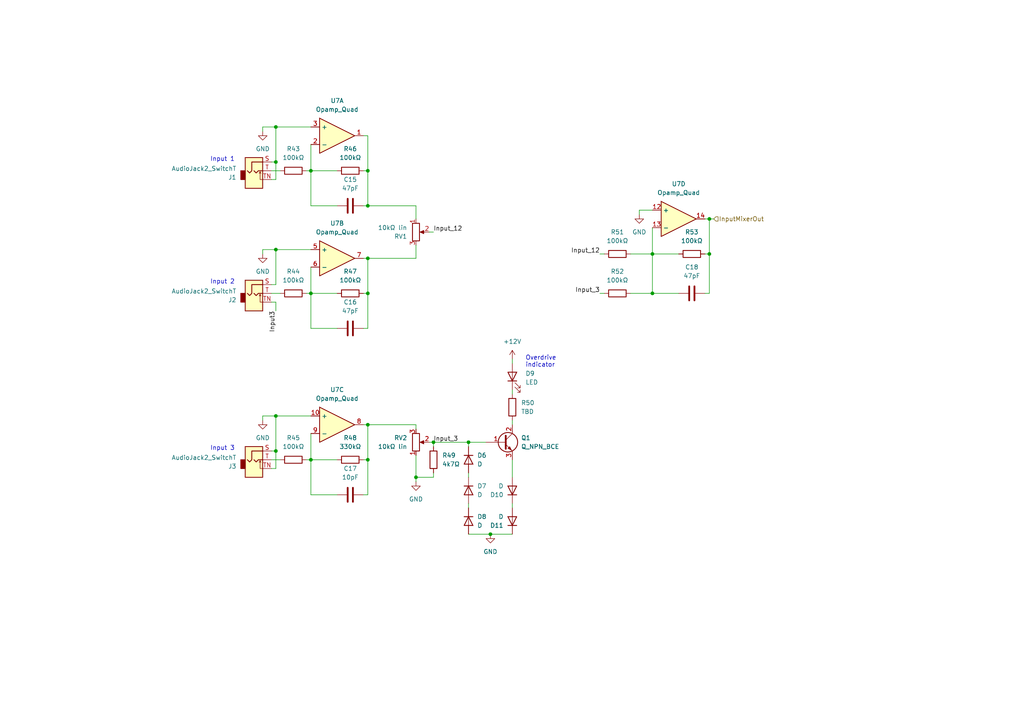
<source format=kicad_sch>
(kicad_sch (version 20210621) (generator eeschema)
  (paper "A4")
  (lib_symbols
    (symbol "Connector:AudioJack2_SwitchT"
      (property "Reference" "J" (at 0 8.89 0))
      (property "Value" "AudioJack2_SwitchT" (at 0 6.35 0))
      (symbol "AudioJack2_SwitchT_0_1"
        (rectangle (start -2.54 0) (end -3.81 -2.54) (stroke (width 0.254)) (fill (type outline)))
        (polyline (pts (xy 1.778 -0.254) (xy 2.032 -0.762)))
        (polyline (pts (xy 0 0) (xy 0.635 -0.635) (xy 1.27 0) (xy 2.54 0)) (stroke (width 0.254)))
        (polyline (pts (xy 2.54 -2.54) (xy 1.778 -2.54) (xy 1.778 -0.254) (xy 1.524 -0.762)))
        (polyline (pts (xy 2.54 2.54) (xy -0.635 2.54) (xy -0.635 0) (xy -1.27 -0.635) (xy -1.905 0)) (stroke (width 0.254)))
        (rectangle (start 2.54 3.81) (end -2.54 -5.08) (stroke (width 0.254)) (fill (type background)))
      )
      (symbol "AudioJack2_SwitchT_1_1"
        (pin passive line (at 5.08 2.54 180) (length 2.54) (name "~") (number "S"))
        (pin passive line (at 5.08 0 180) (length 2.54) (name "~") (number "T"))
        (pin passive line (at 5.08 -2.54 180) (length 2.54) (name "~") (number "TN"))
      )
    )
    (symbol "Device:C" (pin_numbers hide) (pin_names (offset 0.254))
      (property "Reference" "C" (at 0.635 2.54 0))
      (property "Value" "C" (at 0.635 -2.54 0))
      (symbol "C_0_1"
        (polyline (pts (xy -2.032 -0.762) (xy 2.032 -0.762)) (stroke (width 0.508)))
        (polyline (pts (xy -2.032 0.762) (xy 2.032 0.762)) (stroke (width 0.508)))
      )
      (symbol "C_1_1"
        (pin passive line (at 0 3.81 270) (length 2.794) (name "~") (number "1"))
        (pin passive line (at 0 -3.81 90) (length 2.794) (name "~") (number "2"))
      )
    )
    (symbol "Device:D" (pin_numbers hide) (pin_names (offset 1.016) hide)
      (property "Reference" "D" (at 0 2.54 0))
      (property "Value" "D" (at 0 -2.54 0))
      (symbol "D_0_1"
        (polyline (pts (xy -1.27 1.27) (xy -1.27 -1.27)) (stroke (width 0.254)))
        (polyline (pts (xy 1.27 0) (xy -1.27 0)))
        (polyline (pts (xy 1.27 1.27) (xy 1.27 -1.27) (xy -1.27 0) (xy 1.27 1.27)) (stroke (width 0.254)))
      )
      (symbol "D_1_1"
        (pin passive line (at -3.81 0 0) (length 2.54) (name "K") (number "1"))
        (pin passive line (at 3.81 0 180) (length 2.54) (name "A") (number "2"))
      )
    )
    (symbol "Device:LED" (pin_numbers hide) (pin_names (offset 1.016) hide)
      (property "Reference" "D" (at 0 2.54 0))
      (property "Value" "LED" (at 0 -2.54 0))
      (symbol "LED_0_1"
        (polyline (pts (xy -1.27 -1.27) (xy -1.27 1.27)) (stroke (width 0.254)))
        (polyline (pts (xy -1.27 0) (xy 1.27 0)))
        (polyline (pts (xy 1.27 -1.27) (xy 1.27 1.27) (xy -1.27 0) (xy 1.27 -1.27)) (stroke (width 0.254)))
        (polyline (pts (xy -3.048 -0.762) (xy -4.572 -2.286) (xy -3.81 -2.286) (xy -4.572 -2.286) (xy -4.572 -1.524)))
        (polyline (pts (xy -1.778 -0.762) (xy -3.302 -2.286) (xy -2.54 -2.286) (xy -3.302 -2.286) (xy -3.302 -1.524)))
      )
      (symbol "LED_1_1"
        (pin passive line (at -3.81 0 0) (length 2.54) (name "K") (number "1"))
        (pin passive line (at 3.81 0 180) (length 2.54) (name "A") (number "2"))
      )
    )
    (symbol "Device:Opamp_Quad"
      (property "Reference" "U" (at 0 5.08 0))
      (property "Value" "Opamp_Quad" (at 0 -5.08 0))
      (symbol "Opamp_Quad_1_1"
        (polyline (pts (xy -5.08 5.08) (xy 5.08 0) (xy -5.08 -5.08) (xy -5.08 5.08)) (stroke (width 0.254)) (fill (type background)))
        (pin output line (at 7.62 0 180) (length 2.54) (name "~") (number "1"))
        (pin input line (at -7.62 -2.54 0) (length 2.54) (name "-") (number "2"))
        (pin input line (at -7.62 2.54 0) (length 2.54) (name "+") (number "3"))
      )
      (symbol "Opamp_Quad_2_1"
        (polyline (pts (xy -5.08 5.08) (xy 5.08 0) (xy -5.08 -5.08) (xy -5.08 5.08)) (stroke (width 0.254)) (fill (type background)))
        (pin input line (at -7.62 2.54 0) (length 2.54) (name "+") (number "5"))
        (pin input line (at -7.62 -2.54 0) (length 2.54) (name "-") (number "6"))
        (pin output line (at 7.62 0 180) (length 2.54) (name "~") (number "7"))
      )
      (symbol "Opamp_Quad_3_1"
        (polyline (pts (xy -5.08 5.08) (xy 5.08 0) (xy -5.08 -5.08) (xy -5.08 5.08)) (stroke (width 0.254)) (fill (type background)))
        (pin input line (at -7.62 2.54 0) (length 2.54) (name "+") (number "10"))
        (pin output line (at 7.62 0 180) (length 2.54) (name "~") (number "8"))
        (pin input line (at -7.62 -2.54 0) (length 2.54) (name "-") (number "9"))
      )
      (symbol "Opamp_Quad_4_1"
        (polyline (pts (xy -5.08 5.08) (xy 5.08 0) (xy -5.08 -5.08) (xy -5.08 5.08)) (stroke (width 0.254)) (fill (type background)))
        (pin input line (at -7.62 2.54 0) (length 2.54) (name "+") (number "12"))
        (pin input line (at -7.62 -2.54 0) (length 2.54) (name "-") (number "13"))
        (pin output line (at 7.62 0 180) (length 2.54) (name "~") (number "14"))
      )
      (symbol "Opamp_Quad_5_1"
        (pin power_in line (at -2.54 -7.62 90) (length 3.81) (name "V-") (number "11"))
        (pin power_in line (at -2.54 7.62 270) (length 3.81) (name "V+") (number "4"))
      )
    )
    (symbol "Device:Q_NPN_BCE" (pin_names (offset 0) hide)
      (property "Reference" "Q" (at 5.08 1.27 0))
      (property "Value" "Q_NPN_BCE" (at 5.08 -1.27 0))
      (symbol "Q_NPN_BCE_0_1"
        (polyline (pts (xy 0.635 0.635) (xy 2.54 2.54)))
        (polyline (pts (xy 0.635 -0.635) (xy 2.54 -2.54) (xy 2.54 -2.54)))
        (polyline (pts (xy 0.635 1.905) (xy 0.635 -1.905) (xy 0.635 -1.905)) (stroke (width 0.508)))
        (polyline (pts (xy 1.27 -1.778) (xy 1.778 -1.27) (xy 2.286 -2.286) (xy 1.27 -1.778) (xy 1.27 -1.778)) (fill (type outline)))
        (circle (center 1.27 0) (radius 2.8194) (stroke (width 0.254)))
      )
      (symbol "Q_NPN_BCE_1_1"
        (pin input line (at -5.08 0 0) (length 5.715) (name "B") (number "1"))
        (pin passive line (at 2.54 5.08 270) (length 2.54) (name "C") (number "2"))
        (pin passive line (at 2.54 -5.08 90) (length 2.54) (name "E") (number "3"))
      )
    )
    (symbol "Device:R" (pin_numbers hide) (pin_names (offset 0))
      (property "Reference" "R" (at 2.032 0 90))
      (property "Value" "R" (at 0 0 90))
      (symbol "R_0_1"
        (rectangle (start -1.016 -2.54) (end 1.016 2.54) (stroke (width 0.254)))
      )
      (symbol "R_1_1"
        (pin passive line (at 0 3.81 270) (length 1.27) (name "~") (number "1"))
        (pin passive line (at 0 -3.81 90) (length 1.27) (name "~") (number "2"))
      )
    )
    (symbol "Device:R_Potentiometer" (pin_names (offset 1.016) hide)
      (property "Reference" "RV" (at -4.445 0 90))
      (property "Value" "R_Potentiometer" (at -2.54 0 90))
      (symbol "R_Potentiometer_0_1"
        (polyline (pts (xy 2.54 0) (xy 1.524 0)))
        (polyline (pts (xy 1.143 0) (xy 2.286 0.508) (xy 2.286 -0.508) (xy 1.143 0)) (fill (type outline)))
        (rectangle (start 1.016 2.54) (end -1.016 -2.54) (stroke (width 0.254)))
      )
      (symbol "R_Potentiometer_1_1"
        (pin passive line (at 0 3.81 270) (length 1.27) (name "1") (number "1"))
        (pin passive line (at 3.81 0 180) (length 1.27) (name "2") (number "2"))
        (pin passive line (at 0 -3.81 90) (length 1.27) (name "3") (number "3"))
      )
    )
    (symbol "power:+12V" (power) (pin_names (offset 0))
      (property "Value" "+12V" (at 0 3.556 0))
      (symbol "+12V_0_1"
        (polyline (pts (xy -0.762 1.27) (xy 0 2.54)))
        (polyline (pts (xy 0 0) (xy 0 2.54)))
        (polyline (pts (xy 0 2.54) (xy 0.762 1.27)))
      )
      (symbol "+12V_1_1"
        (pin power_in line (at 0 0 90) (length 0) hide (name "+12V") (number "1"))
      )
    )
    (symbol "power:GND" (power) (pin_names (offset 0))
      (property "Value" "GND" (at 0 -3.81 0))
      (symbol "GND_0_1"
        (polyline (pts (xy 0 0) (xy 0 -1.27) (xy 1.27 -1.27) (xy 0 -2.54) (xy -1.27 -1.27) (xy 0 -1.27)))
      )
      (symbol "GND_1_1"
        (pin power_in line (at 0 0 270) (length 0) hide (name "GND") (number "1"))
      )
    )
  )
  (junction (at 106.68 59.69))
  (junction (at 120.65 138.43))
  (junction (at 142.24 154.94))
  (junction (at 189.23 73.66))
  (junction (at 80.01 130.81))
  (junction (at 125.73 128.27))
  (junction (at 205.74 73.66))
  (junction (at 106.68 123.19))
  (junction (at 106.68 74.93))
  (junction (at 80.01 36.83))
  (junction (at 80.01 46.99))
  (junction (at 106.68 133.35))
  (junction (at 106.68 85.09))
  (junction (at 90.17 133.35))
  (junction (at 80.01 72.39))
  (junction (at 205.74 63.5))
  (junction (at 106.68 49.53))
  (junction (at 90.17 49.53))
  (junction (at 189.23 85.09))
  (junction (at 80.01 120.65))
  (junction (at 135.89 128.27))
  (junction (at 90.17 85.09))
  (wire (pts (xy 106.68 39.37) (xy 105.41 39.37)))
  (wire (pts (xy 80.01 120.65) (xy 76.2 120.65)))
  (wire (pts (xy 88.9 133.35) (xy 90.17 133.35)))
  (wire (pts (xy 76.2 72.39) (xy 76.2 73.66)))
  (wire (pts (xy 80.01 87.63) (xy 78.74 87.63)))
  (wire (pts (xy 80.01 90.17) (xy 80.01 87.63)))
  (wire (pts (xy 78.74 82.55) (xy 80.01 82.55)))
  (wire (pts (xy 105.41 133.35) (xy 106.68 133.35)))
  (wire (pts (xy 189.23 66.04) (xy 189.23 73.66)))
  (wire (pts (xy 88.9 49.53) (xy 90.17 49.53)))
  (wire (pts (xy 90.17 49.53) (xy 97.79 49.53)))
  (wire (pts (xy 135.89 137.16) (xy 135.89 138.43)))
  (wire (pts (xy 78.74 133.35) (xy 81.28 133.35)))
  (wire (pts (xy 106.68 74.93) (xy 106.68 85.09)))
  (wire (pts (xy 106.68 123.19) (xy 120.65 123.19)))
  (wire (pts (xy 120.65 124.46) (xy 120.65 123.19)))
  (wire (pts (xy 204.47 85.09) (xy 205.74 85.09)))
  (wire (pts (xy 205.74 85.09) (xy 205.74 73.66)))
  (wire (pts (xy 124.46 128.27) (xy 125.73 128.27)))
  (wire (pts (xy 135.89 128.27) (xy 140.97 128.27)))
  (wire (pts (xy 125.73 128.27) (xy 135.89 128.27)))
  (wire (pts (xy 106.68 59.69) (xy 106.68 49.53)))
  (wire (pts (xy 90.17 41.91) (xy 90.17 49.53)))
  (wire (pts (xy 185.42 60.96) (xy 185.42 62.23)))
  (wire (pts (xy 189.23 60.96) (xy 185.42 60.96)))
  (wire (pts (xy 120.65 138.43) (xy 120.65 139.7)))
  (wire (pts (xy 120.65 132.08) (xy 120.65 138.43)))
  (wire (pts (xy 135.89 128.27) (xy 135.89 129.54)))
  (wire (pts (xy 90.17 77.47) (xy 90.17 85.09)))
  (wire (pts (xy 80.01 36.83) (xy 90.17 36.83)))
  (wire (pts (xy 80.01 46.99) (xy 80.01 36.83)))
  (wire (pts (xy 189.23 85.09) (xy 196.85 85.09)))
  (wire (pts (xy 106.68 143.51) (xy 106.68 133.35)))
  (wire (pts (xy 80.01 72.39) (xy 90.17 72.39)))
  (wire (pts (xy 97.79 59.69) (xy 90.17 59.69)))
  (wire (pts (xy 148.59 113.03) (xy 148.59 114.3)))
  (wire (pts (xy 105.41 59.69) (xy 106.68 59.69)))
  (wire (pts (xy 106.68 74.93) (xy 120.65 74.93)))
  (wire (pts (xy 120.65 74.93) (xy 120.65 71.12)))
  (wire (pts (xy 106.68 85.09) (xy 105.41 85.09)))
  (wire (pts (xy 148.59 121.92) (xy 148.59 123.19)))
  (wire (pts (xy 173.99 73.66) (xy 175.26 73.66)))
  (wire (pts (xy 106.68 123.19) (xy 105.41 123.19)))
  (wire (pts (xy 135.89 154.94) (xy 142.24 154.94)))
  (wire (pts (xy 142.24 154.94) (xy 148.59 154.94)))
  (wire (pts (xy 80.01 72.39) (xy 76.2 72.39)))
  (wire (pts (xy 148.59 146.05) (xy 148.59 147.32)))
  (wire (pts (xy 78.74 85.09) (xy 81.28 85.09)))
  (wire (pts (xy 148.59 104.14) (xy 148.59 105.41)))
  (wire (pts (xy 105.41 143.51) (xy 106.68 143.51)))
  (wire (pts (xy 88.9 85.09) (xy 90.17 85.09)))
  (wire (pts (xy 106.68 39.37) (xy 106.68 49.53)))
  (wire (pts (xy 204.47 73.66) (xy 205.74 73.66)))
  (wire (pts (xy 205.74 63.5) (xy 204.47 63.5)))
  (wire (pts (xy 205.74 73.66) (xy 205.74 63.5)))
  (wire (pts (xy 90.17 143.51) (xy 90.17 133.35)))
  (wire (pts (xy 90.17 59.69) (xy 90.17 49.53)))
  (wire (pts (xy 80.01 120.65) (xy 90.17 120.65)))
  (wire (pts (xy 97.79 143.51) (xy 90.17 143.51)))
  (wire (pts (xy 135.89 146.05) (xy 135.89 147.32)))
  (wire (pts (xy 80.01 120.65) (xy 80.01 130.81)))
  (wire (pts (xy 80.01 36.83) (xy 76.2 36.83)))
  (wire (pts (xy 76.2 36.83) (xy 76.2 38.1)))
  (wire (pts (xy 80.01 52.07) (xy 78.74 52.07)))
  (wire (pts (xy 105.41 49.53) (xy 106.68 49.53)))
  (wire (pts (xy 125.73 137.16) (xy 125.73 138.43)))
  (wire (pts (xy 78.74 130.81) (xy 80.01 130.81)))
  (wire (pts (xy 148.59 133.35) (xy 148.59 138.43)))
  (wire (pts (xy 80.01 135.89) (xy 78.74 135.89)))
  (wire (pts (xy 90.17 125.73) (xy 90.17 133.35)))
  (wire (pts (xy 124.46 67.31) (xy 125.73 67.31)))
  (wire (pts (xy 90.17 95.25) (xy 90.17 85.09)))
  (wire (pts (xy 97.79 95.25) (xy 90.17 95.25)))
  (wire (pts (xy 120.65 138.43) (xy 125.73 138.43)))
  (wire (pts (xy 105.41 95.25) (xy 106.68 95.25)))
  (wire (pts (xy 106.68 95.25) (xy 106.68 85.09)))
  (wire (pts (xy 106.68 74.93) (xy 105.41 74.93)))
  (wire (pts (xy 189.23 73.66) (xy 196.85 73.66)))
  (wire (pts (xy 90.17 133.35) (xy 97.79 133.35)))
  (wire (pts (xy 189.23 85.09) (xy 189.23 73.66)))
  (wire (pts (xy 182.88 85.09) (xy 189.23 85.09)))
  (wire (pts (xy 173.99 85.09) (xy 175.26 85.09)))
  (wire (pts (xy 125.73 128.27) (xy 125.73 129.54)))
  (wire (pts (xy 76.2 120.65) (xy 76.2 121.92)))
  (wire (pts (xy 80.01 82.55) (xy 80.01 72.39)))
  (wire (pts (xy 106.68 59.69) (xy 120.65 59.69)))
  (wire (pts (xy 120.65 59.69) (xy 120.65 63.5)))
  (wire (pts (xy 106.68 123.19) (xy 106.68 133.35)))
  (wire (pts (xy 182.88 73.66) (xy 189.23 73.66)))
  (wire (pts (xy 90.17 85.09) (xy 97.79 85.09)))
  (wire (pts (xy 205.74 63.5) (xy 207.01 63.5)))
  (wire (pts (xy 80.01 130.81) (xy 80.01 135.89)))
  (wire (pts (xy 78.74 49.53) (xy 81.28 49.53)))
  (wire (pts (xy 80.01 46.99) (xy 80.01 52.07)))
  (wire (pts (xy 78.74 46.99) (xy 80.01 46.99)))
  (text "Input 1\n" (at 60.96 46.99 0) (effects (font (size 1.27 1.27)) (justify left bottom)))
  (text "Input 2" (at 60.96 82.55 0) (effects (font (size 1.27 1.27)) (justify left bottom)))
  (text "Input 3\n" (at 60.96 130.81 0) (effects (font (size 1.27 1.27)) (justify left bottom)))
  (text "Overdrive\nindicator\n" (at 152.4 106.68 0) (effects (font (size 1.27 1.27)) (justify left bottom)))
  (label "Input_3" (at 173.99 85.09 180))
  (label "Input3" (at 80.01 90.17 270))
  (label "Input_12" (at 173.99 73.66 180))
  (label "Input_3" (at 125.73 128.27 0))
  (label "Input_12" (at 125.73 67.31 0))
  (hierarchical_label "InputMixerOut" (shape input) (at 207.01 63.5 0))
  (symbol (lib_id "power:GND") (at 185.42 62.23 0) (unit 1)
    (property "Reference" "#PWR035" (effects hide))
    (property "Value" "GND" (at 185.42 67.31 0))
  )
  (symbol (lib_id "Device:Opamp_Quad") (at 97.79 74.93 0) (unit 2)
    (property "Reference" "U7" (at 97.79 64.77 0))
    (property "Value" "Opamp_Quad" (at 97.79 67.31 0))
  )
  (symbol (lib_id "Device:D") (at 135.89 142.24 270) (unit 1)
    (property "Reference" "D7" (at 138.43 140.9699 90) (effects (justify left)))
    (property "Value" "D" (at 138.43 143.5099 90) (effects (justify left)))
  )
  (symbol (lib_id "power:GND") (at 120.65 139.7 0) (unit 1)
    (property "Reference" "#PWR032" (effects hide))
    (property "Value" "GND" (at 120.65 144.78 0))
  )
  (symbol (lib_id "Device:R") (at 125.73 133.35 0) (unit 1)
    (property "Reference" "R49" (at 128.27 132.0799 0) (effects (justify left)))
    (property "Value" "4k7Ω" (at 128.27 134.6199 0) (effects (justify left)))
  )
  (symbol (lib_id "Device:R") (at 148.59 118.11 0) (unit 1)
    (property "Reference" "R50" (at 151.13 116.8399 0) (effects (justify left)))
    (property "Value" "TBD" (at 151.13 119.3799 0) (effects (justify left)))
  )
  (symbol (lib_id "Device:C") (at 200.66 85.09 90) (unit 1)
    (property "Reference" "C18" (at 200.66 77.47 90))
    (property "Value" "47pF" (at 200.66 80.01 90))
  )
  (symbol (lib_id "power:GND") (at 76.2 73.66 0) (unit 1)
    (property "Reference" "#PWR030" (effects hide))
    (property "Value" "GND" (at 76.2 78.74 0))
  )
  (symbol (lib_id "Device:R") (at 85.09 85.09 270) (unit 1)
    (property "Reference" "R44" (at 85.09 78.74 90))
    (property "Value" "100kΩ" (at 85.09 81.28 90))
  )
  (symbol (lib_id "Device:R") (at 101.6 49.53 270) (unit 1)
    (property "Reference" "R46" (at 101.6 43.18 90))
    (property "Value" "100kΩ" (at 101.6 45.72 90))
  )
  (symbol (lib_id "Device:D") (at 148.59 151.13 90) (unit 1)
    (property "Reference" "D11" (at 146.05 152.4001 90) (effects (justify left)))
    (property "Value" "D" (at 146.05 149.8601 90) (effects (justify left)))
  )
  (symbol (lib_id "Device:R") (at 85.09 133.35 270) (unit 1)
    (property "Reference" "R45" (at 85.09 127 90))
    (property "Value" "100kΩ" (at 85.09 129.54 90))
  )
  (symbol (lib_id "Device:R_Potentiometer") (at 120.65 67.31 0) (unit 1)
    (property "Reference" "RV1" (at 118.11 68.5801 0) (effects (justify right)))
    (property "Value" "10kΩ lin" (at 118.11 66.0401 0) (effects (justify right)))
  )
  (symbol (lib_id "Device:R") (at 101.6 133.35 270) (unit 1)
    (property "Reference" "R48" (at 101.6 127 90))
    (property "Value" "330kΩ" (at 101.6 129.54 90))
  )
  (symbol (lib_id "Device:D") (at 135.89 133.35 270) (unit 1)
    (property "Reference" "D6" (at 138.43 132.0799 90) (effects (justify left)))
    (property "Value" "D" (at 138.43 134.6199 90) (effects (justify left)))
  )
  (symbol (lib_id "Device:R") (at 179.07 85.09 90) (unit 1)
    (property "Reference" "R52" (at 179.07 78.74 90))
    (property "Value" "100kΩ" (at 179.07 81.28 90))
  )
  (symbol (lib_id "Connector:AudioJack2_SwitchT") (at 73.66 85.09 0) (unit 1)
    (property "Reference" "J2" (at 68.58 86.9951 0) (effects (justify right)))
    (property "Value" "AudioJack2_SwitchT" (at 68.58 84.4551 0) (effects (justify right)))
  )
  (symbol (lib_id "Device:Opamp_Quad") (at 97.79 123.19 0) (unit 3)
    (property "Reference" "U7" (at 97.79 113.03 0))
    (property "Value" "Opamp_Quad" (at 97.79 115.57 0))
  )
  (symbol (lib_id "Device:Opamp_Quad") (at 196.85 63.5 0) (unit 4)
    (property "Reference" "U7" (at 196.85 53.34 0))
    (property "Value" "Opamp_Quad" (at 196.85 55.88 0))
  )
  (symbol (lib_id "power:GND") (at 76.2 38.1 0) (unit 1)
    (property "Reference" "#PWR029" (effects hide))
    (property "Value" "GND" (at 76.2 43.18 0))
  )
  (symbol (lib_id "Device:C") (at 101.6 143.51 90) (unit 1)
    (property "Reference" "C17" (at 101.6 135.89 90))
    (property "Value" "10pF" (at 101.6 138.43 90))
  )
  (symbol (lib_id "power:+12V") (at 148.59 104.14 0) (unit 1)
    (property "Reference" "#PWR034" (effects hide))
    (property "Value" "+12V" (at 148.59 99.06 0))
  )
  (symbol (lib_id "power:GND") (at 76.2 121.92 0) (unit 1)
    (property "Reference" "#PWR031" (effects hide))
    (property "Value" "GND" (at 76.2 127 0))
  )
  (symbol (lib_id "power:GND") (at 142.24 154.94 0) (unit 1)
    (property "Reference" "#PWR033" (effects hide))
    (property "Value" "GND" (at 142.24 160.02 0))
  )
  (symbol (lib_id "Device:LED") (at 148.59 109.22 90) (unit 1)
    (property "Reference" "D9" (at 152.4 108.3309 90) (effects (justify right)))
    (property "Value" "LED" (at 152.4 110.8709 90) (effects (justify right)))
  )
  (symbol (lib_id "Connector:AudioJack2_SwitchT") (at 73.66 49.53 0) (unit 1)
    (property "Reference" "J1" (at 68.58 51.4351 0) (effects (justify right)))
    (property "Value" "AudioJack2_SwitchT" (at 68.58 48.8951 0) (effects (justify right)))
  )
  (symbol (lib_id "Device:Opamp_Quad") (at 97.79 39.37 0) (unit 1)
    (property "Reference" "U7" (at 97.79 29.21 0))
    (property "Value" "Opamp_Quad" (at 97.79 31.75 0))
  )
  (symbol (lib_id "Device:D") (at 135.89 151.13 270) (unit 1)
    (property "Reference" "D8" (at 138.43 149.8599 90) (effects (justify left)))
    (property "Value" "D" (at 138.43 152.3999 90) (effects (justify left)))
  )
  (symbol (lib_id "Device:C") (at 101.6 95.25 90) (unit 1)
    (property "Reference" "C16" (at 101.6 87.63 90))
    (property "Value" "47pF" (at 101.6 90.17 90))
  )
  (symbol (lib_id "Device:R_Potentiometer") (at 120.65 128.27 0) (mirror x) (unit 1)
    (property "Reference" "RV2" (at 118.11 126.9999 0) (effects (justify right)))
    (property "Value" "10kΩ lin" (at 118.11 129.5399 0) (effects (justify right)))
  )
  (symbol (lib_id "Device:R") (at 85.09 49.53 270) (unit 1)
    (property "Reference" "R43" (at 85.09 43.18 90))
    (property "Value" "100kΩ" (at 85.09 45.72 90))
  )
  (symbol (lib_id "Device:R") (at 101.6 85.09 270) (unit 1)
    (property "Reference" "R47" (at 101.6 78.74 90))
    (property "Value" "100kΩ" (at 101.6 81.28 90))
  )
  (symbol (lib_id "Device:D") (at 148.59 142.24 90) (unit 1)
    (property "Reference" "D10" (at 146.05 143.5101 90) (effects (justify left)))
    (property "Value" "D" (at 146.05 140.9701 90) (effects (justify left)))
  )
  (symbol (lib_id "Device:R") (at 179.07 73.66 90) (unit 1)
    (property "Reference" "R51" (at 179.07 67.31 90))
    (property "Value" "100kΩ" (at 179.07 69.85 90))
  )
  (symbol (lib_id "Device:C") (at 101.6 59.69 90) (unit 1)
    (property "Reference" "C15" (at 101.6 52.07 90))
    (property "Value" "47pF" (at 101.6 54.61 90))
  )
  (symbol (lib_id "Device:R") (at 200.66 73.66 270) (unit 1)
    (property "Reference" "R53" (at 200.66 67.31 90))
    (property "Value" "100kΩ" (at 200.66 69.85 90))
  )
  (symbol (lib_id "Connector:AudioJack2_SwitchT") (at 73.66 133.35 0) (unit 1)
    (property "Reference" "J3" (at 68.58 135.2551 0) (effects (justify right)))
    (property "Value" "AudioJack2_SwitchT" (at 68.58 132.7151 0) (effects (justify right)))
  )
  (symbol (lib_id "Device:Q_NPN_BCE") (at 146.05 128.27 0) (unit 1)
    (property "Reference" "Q1" (at 151.13 126.9999 0) (effects (justify left)))
    (property "Value" "Q_NPN_BCE" (at 151.13 129.5399 0) (effects (justify left)))
  )
)
</source>
